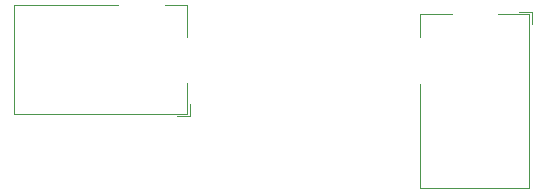
<source format=gbr>
%TF.GenerationSoftware,KiCad,Pcbnew,7.0.10*%
%TF.CreationDate,2024-01-29T09:08:00-07:00*%
%TF.ProjectId,AMPE32T30,414d5045-3332-4543-9330-2e6b69636164,rev?*%
%TF.SameCoordinates,PX76efc10PY5962530*%
%TF.FileFunction,Legend,Bot*%
%TF.FilePolarity,Positive*%
%FSLAX46Y46*%
G04 Gerber Fmt 4.6, Leading zero omitted, Abs format (unit mm)*
G04 Created by KiCad (PCBNEW 7.0.10) date 2024-01-29 09:08:00*
%MOMM*%
%LPD*%
G01*
G04 APERTURE LIST*
%ADD10C,0.120000*%
G04 APERTURE END LIST*
D10*
%TO.C,J8*%
X-4752000Y9680000D02*
X-4752000Y480000D01*
X-4752000Y480000D02*
X9948000Y480000D01*
X4048000Y9680000D02*
X-4752000Y9680000D01*
X9098000Y280000D02*
X10148000Y280000D01*
X9948000Y9680000D02*
X8048000Y9680000D01*
X9948000Y6980000D02*
X9948000Y9680000D01*
X9948000Y480000D02*
X9948000Y3080000D01*
X10148000Y1330000D02*
X10148000Y280000D01*
%TO.C,J9*%
X29690000Y-5768000D02*
X38890000Y-5768000D01*
X38890000Y-5768000D02*
X38890000Y8932000D01*
X29690000Y3032000D02*
X29690000Y-5768000D01*
X39090000Y8082000D02*
X39090000Y9132000D01*
X29690000Y8932000D02*
X29690000Y7032000D01*
X32390000Y8932000D02*
X29690000Y8932000D01*
X38890000Y8932000D02*
X36290000Y8932000D01*
X38040000Y9132000D02*
X39090000Y9132000D01*
%TD*%
M02*

</source>
